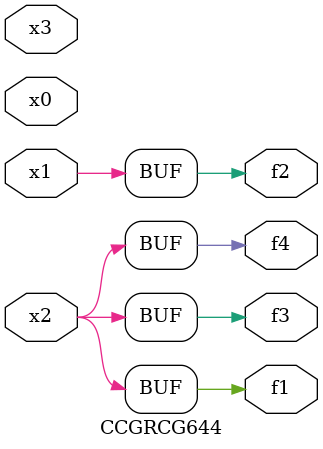
<source format=v>
module CCGRCG644(
	input x0, x1, x2, x3,
	output f1, f2, f3, f4
);
	assign f1 = x2;
	assign f2 = x1;
	assign f3 = x2;
	assign f4 = x2;
endmodule

</source>
